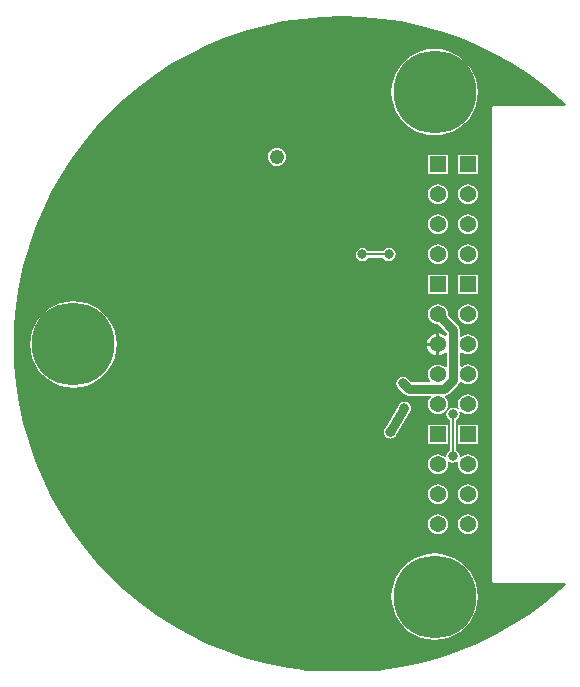
<source format=gbl>
G04*
G04 #@! TF.GenerationSoftware,Altium Limited,Altium Designer,25.1.2 (22)*
G04*
G04 Layer_Physical_Order=2*
G04 Layer_Color=16711680*
%FSLAX44Y44*%
%MOMM*%
G71*
G04*
G04 #@! TF.SameCoordinates,B52A457E-B352-49CB-BE48-5EE90B4D2348*
G04*
G04*
G04 #@! TF.FilePolarity,Positive*
G04*
G01*
G75*
%ADD10C,0.2000*%
%ADD53C,0.8000*%
%ADD56C,1.2100*%
%ADD57C,1.3700*%
%ADD58R,1.3700X1.3700*%
%ADD59C,7.0000*%
%ADD60C,0.8000*%
G36*
X296784Y557469D02*
X313506Y555949D01*
X330107Y553423D01*
X346524Y549898D01*
X362699Y545389D01*
X378572Y539912D01*
X394085Y533486D01*
X409182Y526135D01*
X423807Y517887D01*
X437908Y508770D01*
X451433Y498818D01*
X464332Y488068D01*
X469456Y483244D01*
X468988Y482064D01*
X409130D01*
X408340Y481907D01*
X407671Y481459D01*
X407223Y480790D01*
X407066Y480000D01*
Y80000D01*
X407223Y79210D01*
X407671Y78541D01*
X408340Y78093D01*
X409130Y77936D01*
X468987Y77935D01*
X469455Y76755D01*
X464332Y71932D01*
X451433Y61182D01*
X437908Y51230D01*
X423807Y42113D01*
X409182Y33865D01*
X394085Y26514D01*
X378572Y20088D01*
X362699Y14611D01*
X346524Y10102D01*
X330107Y6578D01*
X313506Y4051D01*
X310911Y3815D01*
X249089D01*
X246494Y4051D01*
X229893Y6578D01*
X213476Y10102D01*
X197301Y14611D01*
X181428Y20088D01*
X165915Y26514D01*
X150818Y33865D01*
X136193Y42113D01*
X122092Y51230D01*
X108567Y61182D01*
X95668Y71932D01*
X83441Y83441D01*
X71932Y95668D01*
X61182Y108567D01*
X51230Y122092D01*
X42113Y136193D01*
X33865Y150818D01*
X26514Y165915D01*
X20088Y181428D01*
X14611Y197301D01*
X10102Y213476D01*
X6578Y229893D01*
X4051Y246494D01*
X2531Y263216D01*
X2024Y280000D01*
X2531Y296784D01*
X4051Y313506D01*
X6578Y330107D01*
X10102Y346524D01*
X14611Y362699D01*
X20088Y378572D01*
X26514Y394085D01*
X33865Y409182D01*
X42113Y423807D01*
X51230Y437908D01*
X61182Y451433D01*
X71932Y464332D01*
X83441Y476559D01*
X95668Y488068D01*
X108567Y498818D01*
X122092Y508770D01*
X136193Y517887D01*
X150818Y526135D01*
X165915Y533486D01*
X181428Y539912D01*
X197301Y545389D01*
X213476Y549898D01*
X229893Y553423D01*
X246494Y555949D01*
X263216Y557469D01*
X280000Y557976D01*
X296784Y557469D01*
D02*
G37*
%LPC*%
G36*
X358374Y530211D02*
X352643Y529760D01*
X347053Y528418D01*
X341741Y526217D01*
X336839Y523214D01*
X332468Y519480D01*
X328734Y515108D01*
X325730Y510207D01*
X323530Y504895D01*
X322188Y499305D01*
X321737Y493574D01*
X322188Y487842D01*
X323530Y482252D01*
X325730Y476941D01*
X328734Y472039D01*
X332468Y467668D01*
X336839Y463934D01*
X341741Y460930D01*
X347053Y458730D01*
X352643Y457388D01*
X358374Y456937D01*
X364105Y457388D01*
X369696Y458730D01*
X375007Y460930D01*
X379909Y463934D01*
X384280Y467668D01*
X388014Y472039D01*
X391018Y476941D01*
X393218Y482252D01*
X394560Y487842D01*
X395011Y493574D01*
X394560Y499305D01*
X393218Y504895D01*
X391018Y510207D01*
X388014Y515108D01*
X384280Y519480D01*
X379909Y523214D01*
X375007Y526217D01*
X369696Y528418D01*
X364105Y529760D01*
X358374Y530211D01*
D02*
G37*
G36*
X224822Y446451D02*
X222845Y446191D01*
X221002Y445428D01*
X219420Y444214D01*
X218206Y442632D01*
X217443Y440789D01*
X217182Y438812D01*
X217443Y436835D01*
X218206Y434992D01*
X219420Y433410D01*
X221002Y432196D01*
X222845Y431433D01*
X224822Y431173D01*
X226799Y431433D01*
X228641Y432196D01*
X230224Y433410D01*
X231438Y434992D01*
X232201Y436835D01*
X232461Y438812D01*
X232201Y440789D01*
X231438Y442632D01*
X230224Y444214D01*
X228641Y445428D01*
X226799Y446191D01*
X224822Y446451D01*
D02*
G37*
G36*
X394844Y440774D02*
X378096D01*
Y424026D01*
X394844D01*
Y440774D01*
D02*
G37*
G36*
X369444D02*
X352696D01*
Y424026D01*
X369444D01*
Y440774D01*
D02*
G37*
G36*
X386470Y415446D02*
X384284Y415159D01*
X382247Y414315D01*
X380498Y412972D01*
X379155Y411223D01*
X378312Y409186D01*
X378024Y407000D01*
X378312Y404814D01*
X379155Y402777D01*
X380498Y401028D01*
X382247Y399685D01*
X384284Y398842D01*
X386470Y398554D01*
X388656Y398842D01*
X390693Y399685D01*
X392442Y401028D01*
X393785Y402777D01*
X394628Y404814D01*
X394916Y407000D01*
X394628Y409186D01*
X393785Y411223D01*
X392442Y412972D01*
X390693Y414315D01*
X388656Y415159D01*
X386470Y415446D01*
D02*
G37*
G36*
X361070D02*
X358884Y415159D01*
X356847Y414315D01*
X355098Y412972D01*
X353755Y411223D01*
X352911Y409186D01*
X352624Y407000D01*
X352911Y404814D01*
X353755Y402777D01*
X355098Y401028D01*
X356847Y399685D01*
X358884Y398842D01*
X361070Y398554D01*
X363256Y398842D01*
X365293Y399685D01*
X367042Y401028D01*
X368385Y402777D01*
X369228Y404814D01*
X369516Y407000D01*
X369228Y409186D01*
X368385Y411223D01*
X367042Y412972D01*
X365293Y414315D01*
X363256Y415159D01*
X361070Y415446D01*
D02*
G37*
G36*
X386470Y390046D02*
X384284Y389758D01*
X382247Y388915D01*
X380498Y387572D01*
X379155Y385823D01*
X378312Y383786D01*
X378024Y381600D01*
X378312Y379414D01*
X379155Y377377D01*
X380498Y375628D01*
X382247Y374285D01*
X384284Y373442D01*
X386470Y373154D01*
X388656Y373442D01*
X390693Y374285D01*
X392442Y375628D01*
X393785Y377377D01*
X394628Y379414D01*
X394916Y381600D01*
X394628Y383786D01*
X393785Y385823D01*
X392442Y387572D01*
X390693Y388915D01*
X388656Y389758D01*
X386470Y390046D01*
D02*
G37*
G36*
X361070D02*
X358884Y389758D01*
X356847Y388915D01*
X355098Y387572D01*
X353755Y385823D01*
X352911Y383786D01*
X352624Y381600D01*
X352911Y379414D01*
X353755Y377377D01*
X355098Y375628D01*
X356847Y374285D01*
X358884Y373442D01*
X361070Y373154D01*
X363256Y373442D01*
X365293Y374285D01*
X367042Y375628D01*
X368385Y377377D01*
X369228Y379414D01*
X369516Y381600D01*
X369228Y383786D01*
X368385Y385823D01*
X367042Y387572D01*
X365293Y388915D01*
X363256Y389758D01*
X361070Y390046D01*
D02*
G37*
G36*
X319586Y361776D02*
X317431Y361347D01*
X315604Y360126D01*
X314662Y358717D01*
X301984D01*
X301042Y360126D01*
X299215Y361347D01*
X297060Y361776D01*
X294904Y361347D01*
X293077Y360126D01*
X291856Y358299D01*
X291428Y356143D01*
X291856Y353988D01*
X293077Y352161D01*
X294904Y350940D01*
X297060Y350511D01*
X299215Y350940D01*
X301042Y352161D01*
X301984Y353570D01*
X314662D01*
X315604Y352161D01*
X317431Y350940D01*
X319586Y350511D01*
X321742Y350940D01*
X323569Y352161D01*
X324790Y353988D01*
X325219Y356143D01*
X324790Y358299D01*
X323569Y360126D01*
X321742Y361347D01*
X319586Y361776D01*
D02*
G37*
G36*
X386470Y364646D02*
X384284Y364358D01*
X382247Y363515D01*
X380498Y362172D01*
X379155Y360423D01*
X378312Y358386D01*
X378024Y356200D01*
X378312Y354014D01*
X379155Y351977D01*
X380498Y350228D01*
X382247Y348885D01*
X384284Y348041D01*
X386470Y347754D01*
X388656Y348041D01*
X390693Y348885D01*
X392442Y350228D01*
X393785Y351977D01*
X394628Y354014D01*
X394916Y356200D01*
X394628Y358386D01*
X393785Y360423D01*
X392442Y362172D01*
X390693Y363515D01*
X388656Y364358D01*
X386470Y364646D01*
D02*
G37*
G36*
X361070D02*
X358884Y364358D01*
X356847Y363515D01*
X355098Y362172D01*
X353755Y360423D01*
X352911Y358386D01*
X352624Y356200D01*
X352911Y354014D01*
X353755Y351977D01*
X355098Y350228D01*
X356847Y348885D01*
X358884Y348041D01*
X361070Y347754D01*
X363256Y348041D01*
X365293Y348885D01*
X367042Y350228D01*
X368385Y351977D01*
X369228Y354014D01*
X369516Y356200D01*
X369228Y358386D01*
X368385Y360423D01*
X367042Y362172D01*
X365293Y363515D01*
X363256Y364358D01*
X361070Y364646D01*
D02*
G37*
G36*
X394844Y339174D02*
X378096D01*
Y322426D01*
X394844D01*
Y339174D01*
D02*
G37*
G36*
X369439D02*
X352691D01*
Y322426D01*
X369439D01*
Y339174D01*
D02*
G37*
G36*
X386470Y313846D02*
X384284Y313558D01*
X382247Y312715D01*
X380498Y311372D01*
X379155Y309623D01*
X378312Y307586D01*
X378024Y305400D01*
X378312Y303214D01*
X379155Y301177D01*
X380498Y299428D01*
X382247Y298085D01*
X384284Y297241D01*
X386470Y296954D01*
X388656Y297241D01*
X390693Y298085D01*
X392442Y299428D01*
X393785Y301177D01*
X394628Y303214D01*
X394916Y305400D01*
X394628Y307586D01*
X393785Y309623D01*
X392442Y311372D01*
X390693Y312715D01*
X388656Y313558D01*
X386470Y313846D01*
D02*
G37*
G36*
X361070D02*
X358884Y313558D01*
X356847Y312715D01*
X355098Y311372D01*
X353755Y309623D01*
X352911Y307586D01*
X352624Y305400D01*
X352911Y303214D01*
X353755Y301177D01*
X355098Y299428D01*
X356847Y298085D01*
X358884Y297241D01*
X361070Y296954D01*
X361495Y297010D01*
X368464Y290041D01*
Y287763D01*
X367194Y287137D01*
X365806Y288202D01*
X363521Y289148D01*
X362340Y289304D01*
Y280000D01*
Y270696D01*
X363521Y270852D01*
X365806Y271798D01*
X367392Y273015D01*
X368585Y272537D01*
X368662Y272465D01*
Y260720D01*
X368634Y260584D01*
X367277Y260267D01*
X367042Y260572D01*
X365293Y261915D01*
X363256Y262758D01*
X361070Y263046D01*
X358884Y262758D01*
X356847Y261915D01*
X355098Y260572D01*
X353755Y258823D01*
X352911Y256786D01*
X352624Y254600D01*
X352911Y252414D01*
X353755Y250377D01*
X354713Y249128D01*
X354087Y247858D01*
X338533D01*
X335415Y250977D01*
X333587Y252198D01*
X331432Y252626D01*
X329277Y252198D01*
X327450Y250977D01*
X326229Y249149D01*
X325800Y246994D01*
X326229Y244839D01*
X327450Y243012D01*
X332218Y238243D01*
X332218Y238243D01*
X334045Y237022D01*
X336200Y236594D01*
X354864D01*
X355295Y235324D01*
X355098Y235172D01*
X353755Y233423D01*
X352911Y231386D01*
X352624Y229200D01*
X352911Y227014D01*
X353755Y224977D01*
X355098Y223228D01*
X356847Y221885D01*
X358884Y221041D01*
X361070Y220754D01*
X363256Y221041D01*
X365293Y221885D01*
X367042Y223228D01*
X368385Y224977D01*
X369228Y227014D01*
X369516Y229200D01*
X369228Y231386D01*
X368385Y233423D01*
X367042Y235172D01*
X366802Y235357D01*
X367137Y236701D01*
X368753Y237022D01*
X370580Y238243D01*
X378078Y245742D01*
X378079Y245742D01*
X379300Y247569D01*
X379416Y248154D01*
X380764Y248423D01*
X382247Y247285D01*
X384284Y246441D01*
X386470Y246154D01*
X388656Y246441D01*
X390693Y247285D01*
X392442Y248627D01*
X393785Y250377D01*
X394628Y252414D01*
X394916Y254600D01*
X394628Y256786D01*
X393785Y258823D01*
X392442Y260572D01*
X390693Y261915D01*
X388656Y262758D01*
X386470Y263046D01*
X384284Y262758D01*
X382247Y261915D01*
X381196Y261108D01*
X379926Y261735D01*
Y272865D01*
X381196Y273491D01*
X382247Y272685D01*
X384284Y271841D01*
X386470Y271554D01*
X388656Y271841D01*
X390693Y272685D01*
X392442Y274028D01*
X393785Y275777D01*
X394628Y277814D01*
X394916Y280000D01*
X394628Y282186D01*
X393785Y284223D01*
X392442Y285972D01*
X390693Y287315D01*
X388656Y288158D01*
X386470Y288446D01*
X384284Y288158D01*
X382247Y287315D01*
X380998Y286357D01*
X379728Y286983D01*
Y292374D01*
X379728Y292374D01*
X379300Y294529D01*
X378079Y296357D01*
X378078Y296357D01*
X369460Y304975D01*
X369516Y305400D01*
X369228Y307586D01*
X368385Y309623D01*
X367042Y311372D01*
X365293Y312715D01*
X363256Y313558D01*
X361070Y313846D01*
D02*
G37*
G36*
X359800Y289304D02*
X358619Y289148D01*
X356334Y288202D01*
X354373Y286697D01*
X352868Y284735D01*
X351922Y282451D01*
X351766Y281270D01*
X359800D01*
Y289304D01*
D02*
G37*
G36*
Y278730D02*
X351766D01*
X351922Y277549D01*
X352868Y275264D01*
X354373Y273303D01*
X356334Y271798D01*
X358619Y270852D01*
X359800Y270696D01*
Y278730D01*
D02*
G37*
G36*
X52500Y316637D02*
X46769Y316186D01*
X41179Y314844D01*
X35867Y312644D01*
X30965Y309640D01*
X26594Y305906D01*
X22860Y301535D01*
X19856Y296633D01*
X17656Y291321D01*
X16314Y285731D01*
X15863Y280000D01*
X16314Y274269D01*
X17656Y268679D01*
X19856Y263367D01*
X22860Y258465D01*
X26594Y254094D01*
X30965Y250360D01*
X35867Y247356D01*
X41179Y245156D01*
X46769Y243814D01*
X52500Y243363D01*
X58231Y243814D01*
X63821Y245156D01*
X69133Y247356D01*
X74035Y250360D01*
X78406Y254094D01*
X82140Y258465D01*
X85144Y263367D01*
X87344Y268679D01*
X88686Y274269D01*
X89137Y280000D01*
X88686Y285731D01*
X87344Y291321D01*
X85144Y296633D01*
X82140Y301535D01*
X78406Y305906D01*
X74035Y309640D01*
X69133Y312644D01*
X63821Y314844D01*
X58231Y316186D01*
X52500Y316637D01*
D02*
G37*
G36*
X386470Y237646D02*
X384284Y237358D01*
X382247Y236515D01*
X380498Y235172D01*
X379155Y233423D01*
X378312Y231386D01*
X378024Y229200D01*
X378312Y227014D01*
X378855Y225702D01*
X377905Y224927D01*
X377809Y224907D01*
X376035Y226093D01*
X373879Y226522D01*
X371724Y226093D01*
X369897Y224872D01*
X368676Y223045D01*
X368247Y220890D01*
X368676Y218734D01*
X369897Y216907D01*
X371306Y215966D01*
Y190243D01*
X369807Y189242D01*
X368587Y187415D01*
X368158Y185260D01*
X368226Y184916D01*
X367052Y184377D01*
X367039Y184375D01*
X365293Y185715D01*
X363256Y186558D01*
X361070Y186846D01*
X358884Y186558D01*
X356847Y185715D01*
X355098Y184372D01*
X353755Y182623D01*
X352911Y180586D01*
X352624Y178400D01*
X352911Y176214D01*
X353755Y174177D01*
X355098Y172428D01*
X356847Y171085D01*
X358884Y170242D01*
X361070Y169954D01*
X363256Y170242D01*
X365293Y171085D01*
X367042Y172428D01*
X368385Y174177D01*
X369228Y176214D01*
X369516Y178400D01*
X369293Y180093D01*
X370421Y180867D01*
X371635Y180056D01*
X373790Y179627D01*
X375945Y180056D01*
X377094Y180824D01*
X378243Y180064D01*
X378024Y178400D01*
X378312Y176214D01*
X379155Y174177D01*
X380498Y172428D01*
X382247Y171085D01*
X384284Y170242D01*
X386470Y169954D01*
X388656Y170242D01*
X390693Y171085D01*
X392442Y172428D01*
X393785Y174177D01*
X394628Y176214D01*
X394916Y178400D01*
X394628Y180586D01*
X393785Y182623D01*
X392442Y184372D01*
X390693Y185715D01*
X388656Y186558D01*
X386470Y186846D01*
X384284Y186558D01*
X382247Y185715D01*
X380548Y184411D01*
X380412Y184437D01*
X379392Y185106D01*
X379422Y185260D01*
X378993Y187415D01*
X377772Y189242D01*
X376453Y190124D01*
Y215966D01*
X377862Y216907D01*
X379083Y218734D01*
X379511Y220890D01*
X379083Y223045D01*
X380154Y223676D01*
X380498Y223228D01*
X382247Y221885D01*
X384284Y221041D01*
X386470Y220754D01*
X388656Y221041D01*
X390693Y221885D01*
X392442Y223228D01*
X393785Y224977D01*
X394628Y227014D01*
X394916Y229200D01*
X394628Y231386D01*
X393785Y233423D01*
X392442Y235172D01*
X390693Y236515D01*
X388656Y237358D01*
X386470Y237646D01*
D02*
G37*
G36*
X332676Y231662D02*
X331978Y231523D01*
X331268Y231483D01*
X330910Y231311D01*
X330520Y231233D01*
X329929Y230838D01*
X329288Y230529D01*
X329024Y230233D01*
X328693Y230012D01*
X328298Y229421D01*
X327824Y228890D01*
X315972Y208790D01*
X315841Y208415D01*
X315620Y208085D01*
X315481Y207387D01*
X315246Y206716D01*
X315269Y206319D01*
X315191Y205929D01*
X315330Y205232D01*
X315370Y204522D01*
X315542Y204163D01*
X315620Y203774D01*
X316015Y203183D01*
X316324Y202542D01*
X316620Y202277D01*
X316841Y201947D01*
X317432Y201551D01*
X317962Y201078D01*
X318338Y200947D01*
X318668Y200726D01*
X319366Y200587D01*
X320037Y200352D01*
X320434Y200375D01*
X320823Y200297D01*
X321521Y200436D01*
X322231Y200476D01*
X322589Y200648D01*
X322979Y200726D01*
X323570Y201121D01*
X324211Y201430D01*
X324476Y201726D01*
X324806Y201947D01*
X325201Y202538D01*
X325675Y203068D01*
X337527Y223169D01*
X337659Y223544D01*
X337879Y223874D01*
X338018Y224572D01*
X338253Y225243D01*
X338230Y225640D01*
X338308Y226029D01*
X338169Y226727D01*
X338129Y227437D01*
X337957Y227795D01*
X337879Y228185D01*
X337484Y228776D01*
X337175Y229417D01*
X336879Y229682D01*
X336658Y230012D01*
X336067Y230407D01*
X335536Y230881D01*
X335162Y231012D01*
X334831Y231233D01*
X334133Y231372D01*
X333462Y231607D01*
X333065Y231584D01*
X332676Y231662D01*
D02*
G37*
G36*
X394844Y212174D02*
X378096D01*
Y195426D01*
X394844D01*
Y212174D01*
D02*
G37*
G36*
X369444D02*
X352696D01*
Y195426D01*
X369444D01*
Y212174D01*
D02*
G37*
G36*
X386470Y161446D02*
X384284Y161159D01*
X382247Y160315D01*
X380498Y158972D01*
X379155Y157223D01*
X378312Y155186D01*
X378024Y153000D01*
X378312Y150814D01*
X379155Y148777D01*
X380498Y147028D01*
X382247Y145685D01*
X384284Y144841D01*
X386470Y144554D01*
X388656Y144841D01*
X390693Y145685D01*
X392442Y147028D01*
X393785Y148777D01*
X394628Y150814D01*
X394916Y153000D01*
X394628Y155186D01*
X393785Y157223D01*
X392442Y158972D01*
X390693Y160315D01*
X388656Y161159D01*
X386470Y161446D01*
D02*
G37*
G36*
X361070D02*
X358884Y161159D01*
X356847Y160315D01*
X355098Y158972D01*
X353755Y157223D01*
X352911Y155186D01*
X352624Y153000D01*
X352911Y150814D01*
X353755Y148777D01*
X355098Y147028D01*
X356847Y145685D01*
X358884Y144841D01*
X361070Y144554D01*
X363256Y144841D01*
X365293Y145685D01*
X367042Y147028D01*
X368385Y148777D01*
X369228Y150814D01*
X369516Y153000D01*
X369228Y155186D01*
X368385Y157223D01*
X367042Y158972D01*
X365293Y160315D01*
X363256Y161159D01*
X361070Y161446D01*
D02*
G37*
G36*
X386470Y136046D02*
X384284Y135758D01*
X382247Y134915D01*
X380498Y133572D01*
X379155Y131823D01*
X378312Y129786D01*
X378024Y127600D01*
X378312Y125414D01*
X379155Y123377D01*
X380498Y121628D01*
X382247Y120285D01*
X384284Y119441D01*
X386470Y119154D01*
X388656Y119441D01*
X390693Y120285D01*
X392442Y121628D01*
X393785Y123377D01*
X394628Y125414D01*
X394916Y127600D01*
X394628Y129786D01*
X393785Y131823D01*
X392442Y133572D01*
X390693Y134915D01*
X388656Y135758D01*
X386470Y136046D01*
D02*
G37*
G36*
X361070D02*
X358884Y135758D01*
X356847Y134915D01*
X355098Y133572D01*
X353755Y131823D01*
X352911Y129786D01*
X352624Y127600D01*
X352911Y125414D01*
X353755Y123377D01*
X355098Y121628D01*
X356847Y120285D01*
X358884Y119441D01*
X361070Y119154D01*
X363256Y119441D01*
X365293Y120285D01*
X367042Y121628D01*
X368385Y123377D01*
X369228Y125414D01*
X369516Y127600D01*
X369228Y129786D01*
X368385Y131823D01*
X367042Y133572D01*
X365293Y134915D01*
X363256Y135758D01*
X361070Y136046D01*
D02*
G37*
G36*
X358370Y103063D02*
X352639Y102612D01*
X347049Y101270D01*
X341737Y99070D01*
X336835Y96066D01*
X332464Y92332D01*
X328730Y87961D01*
X325726Y83059D01*
X323526Y77748D01*
X322184Y72158D01*
X321733Y66426D01*
X322184Y60695D01*
X323526Y55105D01*
X325726Y49793D01*
X328730Y44892D01*
X332464Y40520D01*
X336835Y36786D01*
X341737Y33782D01*
X347049Y31582D01*
X352639Y30240D01*
X358370Y29789D01*
X364101Y30240D01*
X369691Y31582D01*
X375003Y33782D01*
X379905Y36786D01*
X384276Y40520D01*
X388010Y44892D01*
X391014Y49793D01*
X393214Y55105D01*
X394556Y60695D01*
X395007Y66426D01*
X394556Y72158D01*
X393214Y77748D01*
X391014Y83059D01*
X388010Y87961D01*
X384276Y92332D01*
X379905Y96066D01*
X375003Y99070D01*
X369691Y101270D01*
X364101Y102612D01*
X358370Y103063D01*
D02*
G37*
%LPD*%
D10*
X373879Y184566D02*
Y220890D01*
X297060Y356143D02*
X319586D01*
X373790Y184477D02*
Y185260D01*
Y184477D02*
X373879Y184566D01*
D53*
X331432Y246994D02*
X336200Y242226D01*
X366598D01*
X374096Y249724D01*
Y259725D01*
X374294Y259923D01*
Y274479D01*
X374096Y274676D02*
X374294Y274479D01*
X374096Y274676D02*
Y292374D01*
X361070Y305400D02*
X374096Y292374D01*
X320823Y205929D02*
X332676Y226029D01*
D56*
X224822Y438812D02*
D03*
D57*
X386470Y356200D02*
D03*
Y381600D02*
D03*
Y407000D02*
D03*
X361070Y127600D02*
D03*
Y153000D02*
D03*
Y178400D02*
D03*
Y356200D02*
D03*
Y381600D02*
D03*
Y407000D02*
D03*
X386470Y127600D02*
D03*
Y153000D02*
D03*
Y178400D02*
D03*
X361070Y229200D02*
D03*
Y254600D02*
D03*
Y280000D02*
D03*
Y305400D02*
D03*
X386470Y229200D02*
D03*
Y254600D02*
D03*
Y280000D02*
D03*
Y305400D02*
D03*
D58*
Y432400D02*
D03*
X361070Y203800D02*
D03*
Y432400D02*
D03*
X386470Y203800D02*
D03*
X361065Y330800D02*
D03*
X386470D02*
D03*
D59*
X52500Y280000D02*
D03*
X358370Y66426D02*
D03*
X358374Y493574D02*
D03*
D60*
X272076Y113674D02*
D03*
X386668Y242112D02*
D03*
X386447Y267330D02*
D03*
X351345Y270681D02*
D03*
X361133Y267137D02*
D03*
X342739Y280891D02*
D03*
X342699Y106313D02*
D03*
X399413Y102591D02*
D03*
X399248Y165480D02*
D03*
X373792Y139378D02*
D03*
X373653Y448702D02*
D03*
X373653Y418344D02*
D03*
X373753Y393958D02*
D03*
X374051Y368577D02*
D03*
X373255Y343693D02*
D03*
X373454Y316221D02*
D03*
X392263Y466039D02*
D03*
X289995Y481045D02*
D03*
X411235Y48203D02*
D03*
X127660Y495953D02*
D03*
X320823Y205929D02*
D03*
X332676Y226029D02*
D03*
X332953Y186894D02*
D03*
X306812Y198131D02*
D03*
X332605Y155012D02*
D03*
X286650Y313507D02*
D03*
X340828Y341645D02*
D03*
X297060Y356143D02*
D03*
X319586D02*
D03*
X318995Y52152D02*
D03*
X331432Y246994D02*
D03*
X166578Y195653D02*
D03*
X277260Y20567D02*
D03*
X237386Y405421D02*
D03*
X288725Y405655D02*
D03*
X127962Y390732D02*
D03*
X280909Y140374D02*
D03*
X170764Y138742D02*
D03*
X208942Y106381D02*
D03*
X288010Y260335D02*
D03*
X288580Y287631D02*
D03*
X305223Y231054D02*
D03*
X261480Y248502D02*
D03*
X214295Y197449D02*
D03*
X238783Y222818D02*
D03*
X217391Y293736D02*
D03*
X241631Y272741D02*
D03*
X234378Y308050D02*
D03*
X259190Y284384D02*
D03*
X277529Y225815D02*
D03*
X265678Y201682D02*
D03*
X156754Y109414D02*
D03*
X121527Y105150D02*
D03*
X88735Y96767D02*
D03*
X257481Y15453D02*
D03*
X313908Y123191D02*
D03*
X217572Y359273D02*
D03*
X261633Y356536D02*
D03*
X239994Y357057D02*
D03*
X281448Y375829D02*
D03*
X274018Y391603D02*
D03*
X276495Y420021D02*
D03*
X202841Y370875D02*
D03*
X277277Y436447D02*
D03*
X249119Y393037D02*
D03*
X338224Y437319D02*
D03*
X322913Y406547D02*
D03*
X451609Y488729D02*
D03*
X321427Y532802D02*
D03*
X163490Y495858D02*
D03*
X162156Y391073D02*
D03*
X132012Y334249D02*
D03*
X146408Y297260D02*
D03*
X373879Y220890D02*
D03*
X373790Y185260D02*
D03*
X86816Y121397D02*
D03*
X219796Y72771D02*
D03*
X336297Y20657D02*
D03*
X189473Y31341D02*
D03*
X151952Y49588D02*
D03*
X228471Y539237D02*
D03*
M02*

</source>
